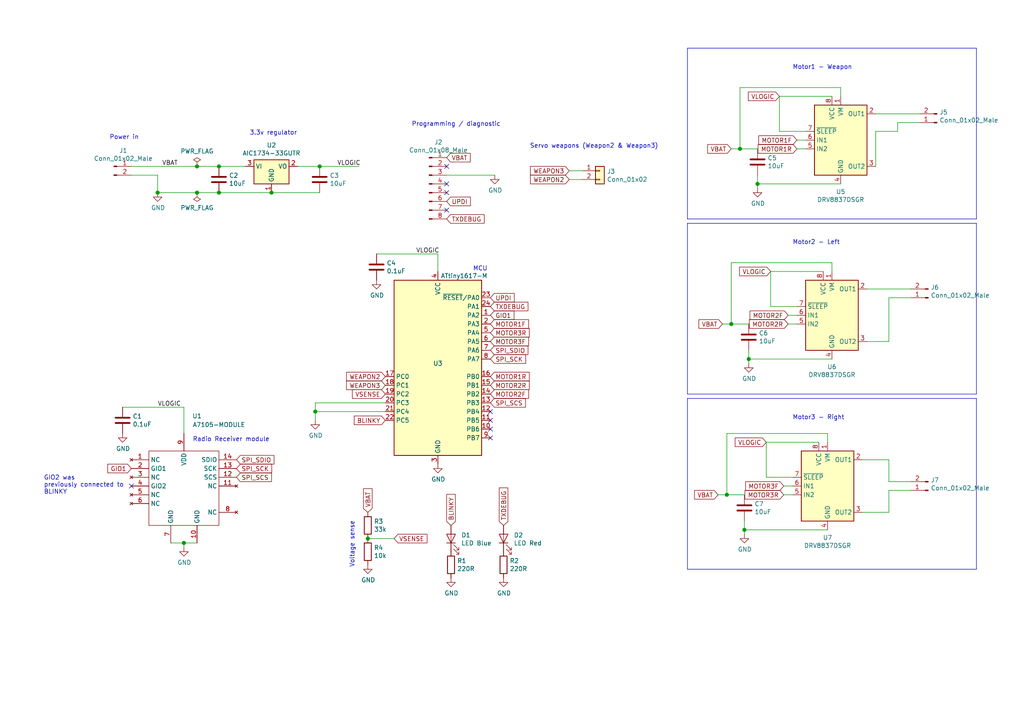
<source format=kicad_sch>
(kicad_sch (version 20210406) (generator eeschema)
  (paper "A4")
  (title_block (title "Malenki-Nano2") (date "2019-11-07") (company "Mark Robson"))
  (lib_symbols
    (symbol "Connector:Conn_01x08_Male" (pin_names hide)
      (property "Reference" "J" (at 0 10.16 0))
      (property "Value" "Conn_01x08_Male" (at 0 -12.7 0))
      (symbol "Conn_01x08_Male_1_1"
        (rectangle (start 0.8636 -10.033) (end 0 -10.287) (fill (type outline)))
        (rectangle (start 0.8636 -7.493) (end 0 -7.747) (fill (type outline)))
        (rectangle (start 0.8636 -4.953) (end 0 -5.207) (fill (type outline)))
        (rectangle (start 0.8636 -2.413) (end 0 -2.667) (fill (type outline)))
        (rectangle (start 0.8636 0.127) (end 0 -0.127) (fill (type outline)))
        (rectangle (start 0.8636 2.667) (end 0 2.413) (fill (type outline)))
        (rectangle (start 0.8636 5.207) (end 0 4.953) (fill (type outline)))
        (rectangle (start 0.8636 7.747) (end 0 7.493) (fill (type outline)))
        (polyline (pts (xy 1.27 -10.16) (xy 0.8636 -10.16)))
        (polyline (pts (xy 1.27 -7.62) (xy 0.8636 -7.62)))
        (polyline (pts (xy 1.27 -5.08) (xy 0.8636 -5.08)))
        (polyline (pts (xy 1.27 -2.54) (xy 0.8636 -2.54)))
        (polyline (pts (xy 1.27 0) (xy 0.8636 0)))
        (polyline (pts (xy 1.27 2.54) (xy 0.8636 2.54)))
        (polyline (pts (xy 1.27 5.08) (xy 0.8636 5.08)))
        (polyline (pts (xy 1.27 7.62) (xy 0.8636 7.62)))
        (pin passive line (at 5.08 7.62 180) (length 3.81) (name "Pin_1") (number "1"))
        (pin passive line (at 5.08 5.08 180) (length 3.81) (name "Pin_2") (number "2"))
        (pin passive line (at 5.08 2.54 180) (length 3.81) (name "Pin_3") (number "3"))
        (pin passive line (at 5.08 0 180) (length 3.81) (name "Pin_4") (number "4"))
        (pin passive line (at 5.08 -2.54 180) (length 3.81) (name "Pin_5") (number "5"))
        (pin passive line (at 5.08 -5.08 180) (length 3.81) (name "Pin_6") (number "6"))
        (pin passive line (at 5.08 -7.62 180) (length 3.81) (name "Pin_7") (number "7"))
        (pin passive line (at 5.08 -10.16 180) (length 3.81) (name "Pin_8") (number "8"))
      )
    )
    (symbol "Connector_Generic:Conn_01x02" (pin_names hide)
      (property "Reference" "J" (at 0 2.54 0))
      (property "Value" "Conn_01x02" (at 0 -5.08 0))
      (symbol "Conn_01x02_1_1"
        (rectangle (start -1.27 -2.413) (end 0 -2.667))
        (rectangle (start -1.27 0.127) (end 0 -0.127))
        (rectangle (start -1.27 1.27) (end 1.27 -3.81) (stroke (width 0.254)) (fill (type background)))
        (pin passive line (at -5.08 0 0) (length 3.81) (name "Pin_1") (number "1"))
        (pin passive line (at -5.08 -2.54 0) (length 3.81) (name "Pin_2") (number "2"))
      )
    )
    (symbol "Driver_Motor:DRV8837C"
      (property "Reference" "U" (at 6.35 11.43 0))
      (property "Value" "DRV8837C" (at -10.16 11.43 0))
      (symbol "DRV8837C_0_1"
        (rectangle (start -7.62 10.16) (end 7.62 -10.16) (stroke (width 0.254)) (fill (type background)))
      )
      (symbol "DRV8837C_1_1"
        (pin power_in line (at 0 12.7 270) (length 2.54) (name "VM") (number "1"))
        (pin output line (at 10.16 7.62 180) (length 2.54) (name "OUT1") (number "2"))
        (pin output line (at 10.16 -7.62 180) (length 2.54) (name "OUT2") (number "3"))
        (pin power_in line (at 0 -12.7 90) (length 2.54) (name "GND") (number "4"))
        (pin input line (at -10.16 -2.54 0) (length 2.54) (name "IN2") (number "5"))
        (pin input line (at -10.16 0 0) (length 2.54) (name "IN1") (number "6"))
        (pin input line (at -10.16 2.54 0) (length 2.54) (name "~SLEEP") (number "7"))
        (pin power_in line (at -2.54 12.7 270) (length 2.54) (name "VCC") (number "8"))
        (pin passive line (at 0 -12.7 90) (length 2.54) hide (name "GND") (number "9"))
      )
    )
    (symbol "MCU_Microchip_ATtiny:ATtiny1617-M"
      (property "Reference" "U" (at -12.7 26.67 0))
      (property "Value" "ATtiny1617-M" (at 2.54 -26.67 0))
      (symbol "ATtiny1617-M_0_1"
        (rectangle (start -12.7 -25.4) (end 12.7 25.4) (stroke (width 0.254)) (fill (type background)))
      )
      (symbol "ATtiny1617-M_1_1"
        (pin bidirectional line (at 15.24 15.24 180) (length 2.54) (name "PA2") (number "1"))
        (pin bidirectional line (at 15.24 -17.78 180) (length 2.54) (name "PB6") (number "10"))
        (pin bidirectional line (at 15.24 -15.24 180) (length 2.54) (name "PB5") (number "11"))
        (pin bidirectional line (at 15.24 -12.7 180) (length 2.54) (name "PB4") (number "12"))
        (pin bidirectional line (at 15.24 -10.16 180) (length 2.54) (name "PB3") (number "13"))
        (pin bidirectional line (at 15.24 -7.62 180) (length 2.54) (name "PB2") (number "14"))
        (pin bidirectional line (at 15.24 -5.08 180) (length 2.54) (name "PB1") (number "15"))
        (pin bidirectional line (at 15.24 -2.54 180) (length 2.54) (name "PB0") (number "16"))
        (pin bidirectional line (at -15.24 -2.54 0) (length 2.54) (name "PC0") (number "17"))
        (pin bidirectional line (at -15.24 -5.08 0) (length 2.54) (name "PC1") (number "18"))
        (pin bidirectional line (at -15.24 -7.62 0) (length 2.54) (name "PC2") (number "19"))
        (pin bidirectional line (at 15.24 12.7 180) (length 2.54) (name "PA3") (number "2"))
        (pin bidirectional line (at -15.24 -10.16 0) (length 2.54) (name "PC3") (number "20"))
        (pin bidirectional line (at -15.24 -12.7 0) (length 2.54) (name "PC4") (number "21"))
        (pin bidirectional line (at -15.24 -15.24 0) (length 2.54) (name "PC5") (number "22"))
        (pin bidirectional line (at 15.24 20.32 180) (length 2.54) (name "~RESET~/PA0") (number "23"))
        (pin bidirectional line (at 15.24 17.78 180) (length 2.54) (name "PA1") (number "24"))
        (pin passive line (at 0 -27.94 90) (length 2.54) hide (name "GND") (number "25"))
        (pin power_in line (at 0 -27.94 90) (length 2.54) (name "GND") (number "3"))
        (pin power_in line (at 0 27.94 270) (length 2.54) (name "VCC") (number "4"))
        (pin bidirectional line (at 15.24 10.16 180) (length 2.54) (name "PA4") (number "5"))
        (pin bidirectional line (at 15.24 7.62 180) (length 2.54) (name "PA5") (number "6"))
        (pin bidirectional line (at 15.24 5.08 180) (length 2.54) (name "PA6") (number "7"))
        (pin bidirectional line (at 15.24 2.54 180) (length 2.54) (name "PA7") (number "8"))
        (pin bidirectional line (at 15.24 -20.32 180) (length 2.54) (name "PB7") (number "9"))
      )
    )
    (symbol "mal_nano:A7105-MODULE"
      (property "Reference" "U" (at 0 0 0))
      (property "Value" "A7105-MODULE" (at 2.54 -3.81 0))
      (symbol "A7105-MODULE_0_1"
        (rectangle (start -10.16 10.16) (end 10.16 -11.43))
      )
      (symbol "A7105-MODULE_1_1"
        (pin no_connect line (at -15.24 7.62 0) (length 5.08) (name "NC") (number "1"))
        (pin power_in line (at 3.81 -16.51 90) (length 5.08) (name "GND") (number "10"))
        (pin no_connect line (at 15.24 0 180) (length 5.08) (name "NC") (number "11"))
        (pin input line (at 15.24 2.54 180) (length 5.08) (name "SCS") (number "12"))
        (pin input line (at 15.24 5.08 180) (length 5.08) (name "SCK") (number "13"))
        (pin bidirectional line (at 15.24 7.62 180) (length 5.08) (name "SDIO") (number "14"))
        (pin bidirectional line (at -15.24 5.08 0) (length 5.08) (name "GIO1") (number "2"))
        (pin no_connect line (at -15.24 2.54 0) (length 5.08) (name "NC") (number "3"))
        (pin bidirectional line (at -15.24 0 0) (length 5.08) (name "GIO2") (number "4"))
        (pin no_connect line (at -15.24 -2.54 0) (length 5.08) (name "NC") (number "5"))
        (pin no_connect line (at -15.24 -5.08 0) (length 5.08) (name "NC") (number "6"))
        (pin power_in line (at -3.81 -16.51 90) (length 5.08) (name "GND") (number "7"))
        (pin no_connect line (at 15.24 -7.62 180) (length 5.08) (name "NC") (number "8"))
        (pin power_in line (at 0 15.24 270) (length 5.08) (name "VDD") (number "9"))
      )
    )
    (symbol "mal_nano:HT7233"
      (property "Reference" "U" (at 0 1.27 0))
      (property "Value" "HT7233" (at 1.27 0 0))
      (symbol "HT7233_1_1"
        (rectangle (start -5.08 -8.89) (end 5.08 -1.905) (stroke (width 0.254)) (fill (type background)))
        (pin power_in line (at 0 -11.43 90) (length 2.54) (name "GND") (number "1"))
        (pin power_out line (at 7.62 -3.81 180) (length 2.54) (name "VO") (number "2"))
        (pin power_in line (at -7.62 -3.81 0) (length 2.54) (name "VI") (number "3"))
      )
    )
    (symbol "malenki-nano-rescue:C-Device" (pin_numbers hide) (pin_names (offset 0.254))
      (property "Reference" "C" (at 0.635 2.54 0))
      (property "Value" "C-Device" (at 0.635 -2.54 0))
      (symbol "C-Device_0_1"
        (polyline (pts (xy -2.032 -0.762) (xy 2.032 -0.762)) (stroke (width 0.508)))
        (polyline (pts (xy -2.032 0.762) (xy 2.032 0.762)) (stroke (width 0.508)))
      )
      (symbol "C-Device_1_1"
        (pin passive line (at 0 3.81 270) (length 2.794) (name "~") (number "1"))
        (pin passive line (at 0 -3.81 90) (length 2.794) (name "~") (number "2"))
      )
    )
    (symbol "malenki-nano-rescue:Conn_01x02_Male-Connector" (pin_names hide)
      (property "Reference" "J" (at 0 2.54 0))
      (property "Value" "Conn_01x02_Male-Connector" (at 0 -5.08 0))
      (symbol "Conn_01x02_Male-Connector_1_1"
        (rectangle (start 0.8636 -2.413) (end 0 -2.667) (fill (type outline)))
        (rectangle (start 0.8636 0.127) (end 0 -0.127) (fill (type outline)))
        (polyline (pts (xy 1.27 -2.54) (xy 0.8636 -2.54)))
        (polyline (pts (xy 1.27 0) (xy 0.8636 0)))
        (pin passive line (at 5.08 0 180) (length 3.81) (name "Pin_1") (number "1"))
        (pin passive line (at 5.08 -2.54 180) (length 3.81) (name "Pin_2") (number "2"))
      )
    )
    (symbol "malenki-nano-rescue:GND-power" (power) (pin_names (offset 0))
      (property "Value" "GND-power" (at 0 -3.81 0))
      (symbol "GND-power_0_1"
        (polyline (pts (xy 0 0) (xy 0 -1.27) (xy 1.27 -1.27) (xy 0 -2.54) (xy -1.27 -1.27) (xy 0 -1.27)))
      )
      (symbol "GND-power_1_1"
        (pin power_in line (at 0 0 270) (length 0) hide (name "GND") (number "1"))
      )
    )
    (symbol "malenki-nano-rescue:LED-Device" (pin_numbers hide) (pin_names hide)
      (property "Reference" "D" (at 0 2.54 0))
      (property "Value" "LED-Device" (at 0 -2.54 0))
      (symbol "LED-Device_0_1"
        (polyline (pts (xy -1.27 -1.27) (xy -1.27 1.27)) (stroke (width 0.2032)))
        (polyline (pts (xy -1.27 0) (xy 1.27 0)))
        (polyline (pts (xy 1.27 -1.27) (xy 1.27 1.27) (xy -1.27 0) (xy 1.27 -1.27)) (stroke (width 0.2032)))
        (polyline (pts (xy -3.048 -0.762) (xy -4.572 -2.286) (xy -3.81 -2.286) (xy -4.572 -2.286) (xy -4.572 -1.524)))
        (polyline (pts (xy -1.778 -0.762) (xy -3.302 -2.286) (xy -2.54 -2.286) (xy -3.302 -2.286) (xy -3.302 -1.524)))
      )
      (symbol "LED-Device_1_1"
        (pin passive line (at -3.81 0 0) (length 2.54) (name "K") (number "1"))
        (pin passive line (at 3.81 0 180) (length 2.54) (name "A") (number "2"))
      )
    )
    (symbol "malenki-nano-rescue:PWR_FLAG-power" (power) (pin_numbers hide) (pin_names (offset 0) hide)
      (property "Value" "PWR_FLAG-power" (at 0 3.81 0))
      (symbol "PWR_FLAG-power_0_0"
        (pin power_out line (at 0 0 90) (length 0) (name "pwr") (number "1"))
      )
      (symbol "PWR_FLAG-power_0_1"
        (polyline (pts (xy 0 0) (xy 0 1.27) (xy -1.016 1.905) (xy 0 2.54) (xy 1.016 1.905) (xy 0 1.27)))
      )
    )
    (symbol "malenki-nano-rescue:R-Device" (pin_numbers hide) (pin_names (offset 0))
      (property "Reference" "R" (at 2.032 0 90))
      (property "Value" "R-Device" (at 0 0 90))
      (symbol "R-Device_0_1"
        (rectangle (start -1.016 -2.54) (end 1.016 2.54) (stroke (width 0.254)))
      )
      (symbol "R-Device_1_1"
        (pin passive line (at 0 3.81 270) (length 1.27) (name "~") (number "1"))
        (pin passive line (at 0 -3.81 90) (length 1.27) (name "~") (number "2"))
      )
    )
  )
  (junction (at 45.72 55.88) (diameter 1.016))
  (junction (at 53.34 157.48) (diameter 1.016))
  (junction (at 57.15 48.26) (diameter 1.016))
  (junction (at 57.15 55.88) (diameter 1.016))
  (junction (at 63.5 48.26) (diameter 1.016))
  (junction (at 63.5 55.88) (diameter 1.016))
  (junction (at 78.74 55.88) (diameter 1.016))
  (junction (at 91.44 119.38) (diameter 1.016))
  (junction (at 92.71 48.26) (diameter 1.016))
  (junction (at 106.68 156.21) (diameter 1.016))
  (junction (at 210.82 143.51) (diameter 1.016))
  (junction (at 212.09 93.98) (diameter 1.016))
  (junction (at 214.63 43.18) (diameter 1.016))
  (junction (at 215.9 153.67) (diameter 1.016))
  (junction (at 217.17 104.14) (diameter 1.016))
  (junction (at 219.71 53.34) (diameter 1.016))
  (no_connect (at 38.1 140.97))
  (no_connect (at 129.54 48.26))
  (no_connect (at 129.54 53.34))
  (no_connect (at 129.54 55.88))
  (no_connect (at 129.54 60.96))
  (no_connect (at 142.24 119.38))
  (no_connect (at 142.24 121.92))
  (no_connect (at 142.24 124.46))
  (no_connect (at 142.24 127))
  (wire (pts (xy 35.56 118.11) (xy 53.34 118.11)))
  (wire (pts (xy 38.1 48.26) (xy 57.15 48.26)))
  (wire (pts (xy 38.1 50.8) (xy 45.72 50.8)))
  (wire (pts (xy 45.72 50.8) (xy 45.72 55.88)))
  (wire (pts (xy 45.72 55.88) (xy 57.15 55.88)))
  (wire (pts (xy 49.53 157.48) (xy 53.34 157.48)))
  (wire (pts (xy 53.34 118.11) (xy 53.34 125.73)))
  (wire (pts (xy 53.34 157.48) (xy 57.15 157.48)))
  (wire (pts (xy 53.34 158.75) (xy 53.34 157.48)))
  (wire (pts (xy 57.15 48.26) (xy 63.5 48.26)))
  (wire (pts (xy 57.15 55.88) (xy 63.5 55.88)))
  (wire (pts (xy 63.5 48.26) (xy 71.12 48.26)))
  (wire (pts (xy 63.5 55.88) (xy 78.74 55.88)))
  (wire (pts (xy 78.74 55.88) (xy 92.71 55.88)))
  (wire (pts (xy 91.44 116.84) (xy 91.44 119.38)))
  (wire (pts (xy 91.44 116.84) (xy 111.76 116.84)))
  (wire (pts (xy 91.44 119.38) (xy 91.44 121.92)))
  (wire (pts (xy 92.71 48.26) (xy 86.36 48.26)))
  (wire (pts (xy 104.14 48.26) (xy 92.71 48.26)))
  (wire (pts (xy 111.76 119.38) (xy 91.44 119.38)))
  (wire (pts (xy 114.3 156.21) (xy 106.68 156.21)))
  (wire (pts (xy 127 73.66) (xy 109.22 73.66)))
  (wire (pts (xy 127 73.66) (xy 127 78.74)))
  (wire (pts (xy 129.54 50.8) (xy 143.51 50.8)))
  (wire (pts (xy 165.1 49.53) (xy 168.91 49.53)))
  (wire (pts (xy 165.1 52.07) (xy 168.91 52.07)))
  (wire (pts (xy 210.82 125.73) (xy 210.82 143.51)))
  (wire (pts (xy 210.82 143.51) (xy 208.28 143.51)))
  (wire (pts (xy 212.09 76.2) (xy 212.09 93.98)))
  (wire (pts (xy 212.09 93.98) (xy 209.55 93.98)))
  (wire (pts (xy 214.63 25.4) (xy 214.63 43.18)))
  (wire (pts (xy 214.63 43.18) (xy 212.09 43.18)))
  (wire (pts (xy 215.9 143.51) (xy 210.82 143.51)))
  (wire (pts (xy 215.9 151.13) (xy 215.9 153.67)))
  (wire (pts (xy 215.9 153.67) (xy 215.9 154.94)))
  (wire (pts (xy 215.9 153.67) (xy 240.03 153.67)))
  (wire (pts (xy 217.17 93.98) (xy 212.09 93.98)))
  (wire (pts (xy 217.17 101.6) (xy 217.17 104.14)))
  (wire (pts (xy 217.17 104.14) (xy 217.17 105.41)))
  (wire (pts (xy 217.17 104.14) (xy 241.3 104.14)))
  (wire (pts (xy 219.71 43.18) (xy 214.63 43.18)))
  (wire (pts (xy 219.71 50.8) (xy 219.71 53.34)))
  (wire (pts (xy 219.71 53.34) (xy 219.71 54.61)))
  (wire (pts (xy 219.71 53.34) (xy 243.84 53.34)))
  (wire (pts (xy 222.25 128.27) (xy 222.25 138.43)))
  (wire (pts (xy 222.25 138.43) (xy 229.87 138.43)))
  (wire (pts (xy 223.52 78.74) (xy 223.52 88.9)))
  (wire (pts (xy 223.52 88.9) (xy 231.14 88.9)))
  (wire (pts (xy 226.06 27.94) (xy 226.06 38.1)))
  (wire (pts (xy 226.06 38.1) (xy 233.68 38.1)))
  (wire (pts (xy 229.87 140.97) (xy 227.33 140.97)))
  (wire (pts (xy 229.87 143.51) (xy 227.33 143.51)))
  (wire (pts (xy 231.14 91.44) (xy 228.6 91.44)))
  (wire (pts (xy 231.14 93.98) (xy 228.6 93.98)))
  (wire (pts (xy 233.68 40.64) (xy 231.14 40.64)))
  (wire (pts (xy 233.68 43.18) (xy 231.14 43.18)))
  (wire (pts (xy 237.49 128.27) (xy 222.25 128.27)))
  (wire (pts (xy 238.76 78.74) (xy 223.52 78.74)))
  (wire (pts (xy 240.03 125.73) (xy 210.82 125.73)))
  (wire (pts (xy 240.03 128.27) (xy 240.03 125.73)))
  (wire (pts (xy 241.3 27.94) (xy 226.06 27.94)))
  (wire (pts (xy 241.3 76.2) (xy 212.09 76.2)))
  (wire (pts (xy 241.3 78.74) (xy 241.3 76.2)))
  (wire (pts (xy 243.84 25.4) (xy 214.63 25.4)))
  (wire (pts (xy 243.84 27.94) (xy 243.84 25.4)))
  (wire (pts (xy 250.19 133.35) (xy 257.81 133.35)))
  (wire (pts (xy 250.19 148.59) (xy 257.81 148.59)))
  (wire (pts (xy 251.46 83.82) (xy 264.16 83.82)))
  (wire (pts (xy 254 33.02) (xy 266.7 33.02)))
  (wire (pts (xy 254 38.1) (xy 260.35 38.1)))
  (wire (pts (xy 254 48.26) (xy 254 38.1)))
  (wire (pts (xy 257.81 86.36) (xy 257.81 99.06)))
  (wire (pts (xy 257.81 99.06) (xy 251.46 99.06)))
  (wire (pts (xy 257.81 133.35) (xy 257.81 139.7)))
  (wire (pts (xy 257.81 139.7) (xy 264.16 139.7)))
  (wire (pts (xy 257.81 142.24) (xy 257.81 148.59)))
  (wire (pts (xy 260.35 38.1) (xy 260.35 35.56)))
  (wire (pts (xy 264.16 86.36) (xy 257.81 86.36)))
  (wire (pts (xy 264.16 142.24) (xy 257.81 142.24)))
  (wire (pts (xy 266.7 35.56) (xy 260.35 35.56)))
  (polyline (pts (xy 199.39 13.97) (xy 283.21 13.97)) (stroke (width 0) (type solid)))
  (polyline (pts (xy 199.39 63.5) (xy 199.39 13.97)) (stroke (width 0) (type solid)))
  (polyline (pts (xy 199.39 64.77) (xy 283.21 64.77)) (stroke (width 0) (type solid)))
  (polyline (pts (xy 199.39 114.3) (xy 199.39 64.77)) (stroke (width 0) (type solid)))
  (polyline (pts (xy 199.39 115.57) (xy 283.21 115.57)) (stroke (width 0) (type solid)))
  (polyline (pts (xy 199.39 165.1) (xy 199.39 115.57)) (stroke (width 0) (type solid)))
  (polyline (pts (xy 283.21 13.97) (xy 283.21 63.5)) (stroke (width 0) (type solid)))
  (polyline (pts (xy 283.21 63.5) (xy 199.39 63.5)) (stroke (width 0) (type solid)))
  (polyline (pts (xy 283.21 64.77) (xy 283.21 114.3)) (stroke (width 0) (type solid)))
  (polyline (pts (xy 283.21 114.3) (xy 199.39 114.3)) (stroke (width 0) (type solid)))
  (polyline (pts (xy 283.21 115.57) (xy 283.21 165.1)) (stroke (width 0) (type solid)))
  (polyline (pts (xy 283.21 165.1) (xy 199.39 165.1)) (stroke (width 0) (type solid)))
  (text "GIO2 was\npreviously connected to\nBLINKY" (at 12.7 143.51 0) (effects (font (size 1.27 1.27)) (justify left bottom)))
  (text "Power in" (at 31.75 40.64 0) (effects (font (size 1.27 1.27)) (justify left bottom)))
  (text "Radio Receiver module" (at 55.88 128.27 0) (effects (font (size 1.27 1.27)) (justify left bottom)))
  (text "3.3v regulator" (at 72.39 39.37 0) (effects (font (size 1.27 1.27)) (justify left bottom)))
  (text "Voltage sense" (at 102.87 151.13 270) (effects (font (size 1.27 1.27)) (justify right bottom)))
  (text "Programming / diagnostic" (at 119.38 36.83 0) (effects (font (size 1.27 1.27)) (justify left bottom)))
  (text "MCU\n" (at 137.16 78.74 0) (effects (font (size 1.27 1.27)) (justify left bottom)))
  (text "Servo weapons (Weapon2 & Weapon3)" (at 153.67 43.18 0) (effects (font (size 1.27 1.27)) (justify left bottom)))
  (text "Motor1 - Weapon" (at 229.87 20.32 0) (effects (font (size 1.27 1.27)) (justify left bottom)))
  (text "Motor2 - Left" (at 229.87 71.12 0) (effects (font (size 1.27 1.27)) (justify left bottom)))
  (text "Motor3 - Right" (at 229.87 121.92 0) (effects (font (size 1.27 1.27)) (justify left bottom)))
  (label "VLOGIC" (at 45.72 118.11 0))
  (label "VBAT" (at 46.99 48.26 0))
  (label "VLOGIC" (at 97.79 48.26 0))
  (label "VLOGIC" (at 120.65 73.66 0))
  (global_label "GIO1" (shape input) (at 38.1 135.89 180) (property "Intersheet References" "${INTERSHEET_REFS}" (effects hide)))
  (global_label "SPI_SDIO" (shape input) (at 68.58 133.35 0) (property "Intersheet References" "${INTERSHEET_REFS}" (effects hide)))
  (global_label "SPI_SCK" (shape input) (at 68.58 135.89 0) (property "Intersheet References" "${INTERSHEET_REFS}" (effects hide)))
  (global_label "SPI_SCS" (shape input) (at 68.58 138.43 0) (property "Intersheet References" "${INTERSHEET_REFS}" (effects hide)))
  (global_label "VBAT" (shape input) (at 106.68 148.59 90) (property "Intersheet References" "${INTERSHEET_REFS}" (effects hide)))
  (global_label "WEAPON2" (shape input) (at 111.76 109.22 180) (property "Intersheet References" "${INTERSHEET_REFS}" (effects hide)))
  (global_label "WEAPON3" (shape input) (at 111.76 111.76 180) (property "Intersheet References" "${INTERSHEET_REFS}" (effects hide)))
  (global_label "VSENSE" (shape input) (at 111.76 114.3 180) (property "Intersheet References" "${INTERSHEET_REFS}" (effects hide)))
  (global_label "BLINKY" (shape input) (at 111.76 121.92 180) (property "Intersheet References" "${INTERSHEET_REFS}" (effects hide)))
  (global_label "VSENSE" (shape input) (at 114.3 156.21 0) (property "Intersheet References" "${INTERSHEET_REFS}" (effects hide)))
  (global_label "VBAT" (shape input) (at 129.54 45.72 0) (property "Intersheet References" "${INTERSHEET_REFS}" (effects hide)))
  (global_label "UPDI" (shape input) (at 129.54 58.42 0) (property "Intersheet References" "${INTERSHEET_REFS}" (effects hide)))
  (global_label "TXDEBUG" (shape input) (at 129.54 63.5 0) (property "Intersheet References" "${INTERSHEET_REFS}" (effects hide)))
  (global_label "BLINKY" (shape input) (at 130.81 152.4 90) (property "Intersheet References" "${INTERSHEET_REFS}" (effects hide)))
  (global_label "UPDI" (shape input) (at 142.24 86.36 0) (property "Intersheet References" "${INTERSHEET_REFS}" (effects hide)))
  (global_label "TXDEBUG" (shape input) (at 142.24 88.9 0) (property "Intersheet References" "${INTERSHEET_REFS}" (effects hide)))
  (global_label "GIO1" (shape input) (at 142.24 91.44 0) (property "Intersheet References" "${INTERSHEET_REFS}" (effects hide)))
  (global_label "MOTOR1F" (shape input) (at 142.24 93.98 0) (property "Intersheet References" "${INTERSHEET_REFS}" (effects hide)))
  (global_label "MOTOR3R" (shape input) (at 142.24 96.52 0) (property "Intersheet References" "${INTERSHEET_REFS}" (effects hide)))
  (global_label "MOTOR3F" (shape input) (at 142.24 99.06 0) (property "Intersheet References" "${INTERSHEET_REFS}" (effects hide)))
  (global_label "SPI_SDIO" (shape input) (at 142.24 101.6 0) (property "Intersheet References" "${INTERSHEET_REFS}" (effects hide)))
  (global_label "SPI_SCK" (shape input) (at 142.24 104.14 0) (property "Intersheet References" "${INTERSHEET_REFS}" (effects hide)))
  (global_label "MOTOR1R" (shape input) (at 142.24 109.22 0) (property "Intersheet References" "${INTERSHEET_REFS}" (effects hide)))
  (global_label "MOTOR2R" (shape input) (at 142.24 111.76 0) (property "Intersheet References" "${INTERSHEET_REFS}" (effects hide)))
  (global_label "MOTOR2F" (shape input) (at 142.24 114.3 0) (property "Intersheet References" "${INTERSHEET_REFS}" (effects hide)))
  (global_label "SPI_SCS" (shape input) (at 142.24 116.84 0) (property "Intersheet References" "${INTERSHEET_REFS}" (effects hide)))
  (global_label "TXDEBUG" (shape input) (at 146.05 152.4 90) (property "Intersheet References" "${INTERSHEET_REFS}" (effects hide)))
  (global_label "WEAPON3" (shape input) (at 165.1 49.53 180) (property "Intersheet References" "${INTERSHEET_REFS}" (effects hide)))
  (global_label "WEAPON2" (shape input) (at 165.1 52.07 180) (property "Intersheet References" "${INTERSHEET_REFS}" (effects hide)))
  (global_label "VBAT" (shape input) (at 208.28 143.51 180) (property "Intersheet References" "${INTERSHEET_REFS}" (effects hide)))
  (global_label "VBAT" (shape input) (at 209.55 93.98 180) (property "Intersheet References" "${INTERSHEET_REFS}" (effects hide)))
  (global_label "VBAT" (shape input) (at 212.09 43.18 180) (property "Intersheet References" "${INTERSHEET_REFS}" (effects hide)))
  (global_label "VLOGIC" (shape input) (at 222.25 128.27 180) (property "Intersheet References" "${INTERSHEET_REFS}" (effects hide)))
  (global_label "VLOGIC" (shape input) (at 223.52 78.74 180) (property "Intersheet References" "${INTERSHEET_REFS}" (effects hide)))
  (global_label "VLOGIC" (shape input) (at 226.06 27.94 180) (property "Intersheet References" "${INTERSHEET_REFS}" (effects hide)))
  (global_label "MOTOR3F" (shape input) (at 227.33 140.97 180) (property "Intersheet References" "${INTERSHEET_REFS}" (effects hide)))
  (global_label "MOTOR3R" (shape input) (at 227.33 143.51 180) (property "Intersheet References" "${INTERSHEET_REFS}" (effects hide)))
  (global_label "MOTOR2F" (shape input) (at 228.6 91.44 180) (property "Intersheet References" "${INTERSHEET_REFS}" (effects hide)))
  (global_label "MOTOR2R" (shape input) (at 228.6 93.98 180) (property "Intersheet References" "${INTERSHEET_REFS}" (effects hide)))
  (global_label "MOTOR1F" (shape input) (at 231.14 40.64 180) (property "Intersheet References" "${INTERSHEET_REFS}" (effects hide)))
  (global_label "MOTOR1R" (shape input) (at 231.14 43.18 180) (property "Intersheet References" "${INTERSHEET_REFS}" (effects hide)))
  (symbol (lib_id "malenki-nano-rescue:PWR_FLAG-power") (at 57.15 48.26 0) (unit 1)
    (property "Reference" "#FLG0101" (effects hide))
    (property "Value" "PWR_FLAG" (at 57.15 43.8658 0))
  )
  (symbol (lib_id "malenki-nano-rescue:PWR_FLAG-power") (at 57.15 55.88 180) (unit 1)
    (property "Reference" "#FLG0102" (effects hide))
    (property "Value" "PWR_FLAG" (at 57.15 60.2742 0))
  )
  (symbol (lib_id "malenki-nano-rescue:GND-power") (at 35.56 125.73 0) (unit 1)
    (property "Reference" "#PWR01" (effects hide))
    (property "Value" "GND" (at 35.687 130.1242 0))
  )
  (symbol (lib_id "malenki-nano-rescue:GND-power") (at 45.72 55.88 0) (unit 1)
    (property "Reference" "#PWR02" (effects hide))
    (property "Value" "GND" (at 45.847 60.2742 0))
  )
  (symbol (lib_id "malenki-nano-rescue:GND-power") (at 53.34 158.75 0) (unit 1)
    (property "Reference" "#PWR03" (effects hide))
    (property "Value" "GND" (at 53.467 163.1442 0))
  )
  (symbol (lib_id "malenki-nano-rescue:GND-power") (at 91.44 121.92 0) (unit 1)
    (property "Reference" "#PWR0101" (effects hide))
    (property "Value" "GND" (at 91.567 126.3142 0))
  )
  (symbol (lib_id "malenki-nano-rescue:GND-power") (at 106.68 163.83 0) (unit 1)
    (property "Reference" "#PWR07" (effects hide))
    (property "Value" "GND" (at 106.807 168.2242 0))
  )
  (symbol (lib_id "malenki-nano-rescue:GND-power") (at 109.22 81.28 0) (unit 1)
    (property "Reference" "#PWR04" (effects hide))
    (property "Value" "GND" (at 109.347 85.6742 0))
  )
  (symbol (lib_id "malenki-nano-rescue:GND-power") (at 127 134.62 0) (unit 1)
    (property "Reference" "#PWR05" (effects hide))
    (property "Value" "GND" (at 127.127 139.0142 0))
  )
  (symbol (lib_id "malenki-nano-rescue:GND-power") (at 130.81 167.64 0) (unit 1)
    (property "Reference" "#PWR06" (effects hide))
    (property "Value" "GND" (at 130.937 172.0342 0))
  )
  (symbol (lib_id "malenki-nano-rescue:GND-power") (at 143.51 50.8 0) (unit 1)
    (property "Reference" "#PWR0104" (effects hide))
    (property "Value" "GND" (at 143.637 55.1942 0))
  )
  (symbol (lib_id "malenki-nano-rescue:GND-power") (at 146.05 167.64 0) (unit 1)
    (property "Reference" "#PWR011" (effects hide))
    (property "Value" "GND" (at 146.177 172.0342 0))
  )
  (symbol (lib_id "malenki-nano-rescue:GND-power") (at 215.9 154.94 0) (unit 1)
    (property "Reference" "#PWR0103" (effects hide))
    (property "Value" "GND" (at 216.027 159.3342 0))
  )
  (symbol (lib_id "malenki-nano-rescue:GND-power") (at 217.17 105.41 0) (unit 1)
    (property "Reference" "#PWR0102" (effects hide))
    (property "Value" "GND" (at 217.297 109.8042 0))
  )
  (symbol (lib_id "malenki-nano-rescue:GND-power") (at 219.71 54.61 0) (unit 1)
    (property "Reference" "#PWR08" (effects hide))
    (property "Value" "GND" (at 219.837 59.0042 0))
  )
  (symbol (lib_id "malenki-nano-rescue:Conn_01x02_Male-Connector") (at 33.02 48.26 0) (unit 1)
    (property "Reference" "J1" (at 35.7632 43.6626 0))
    (property "Value" "Conn_01x02_Male" (at 35.7632 45.974 0))
    (property "Footprint" "malenki-nano:PinHeader_1x02_P2.54mm_BIG1" (effects hide))
  )
  (symbol (lib_id "malenki-nano-rescue:Conn_01x02_Male-Connector") (at 269.24 86.36 180) (unit 1)
    (property "Reference" "J6" (at 269.9512 83.3628 0) (effects (justify right)))
    (property "Value" "Conn_01x02_Male" (at 269.9512 85.6742 0) (effects (justify right)))
    (property "Footprint" "malenki-nano:PinHeader_1x02_P2.54mm_BIG1" (effects hide))
  )
  (symbol (lib_id "malenki-nano-rescue:Conn_01x02_Male-Connector") (at 269.24 142.24 180) (unit 1)
    (property "Reference" "J7" (at 269.9512 139.2428 0) (effects (justify right)))
    (property "Value" "Conn_01x02_Male" (at 269.9512 141.5542 0) (effects (justify right)))
    (property "Footprint" "malenki-nano:PinHeader_1x02_P2.54mm_BIG1" (effects hide))
  )
  (symbol (lib_id "malenki-nano-rescue:Conn_01x02_Male-Connector") (at 271.78 35.56 180) (unit 1)
    (property "Reference" "J5" (at 272.4912 32.5628 0) (effects (justify right)))
    (property "Value" "Conn_01x02_Male" (at 272.4912 34.8742 0) (effects (justify right)))
    (property "Footprint" "malenki-nano:PinHeader_1x02_P2.54mm_BIG1" (effects hide))
  )
  (symbol (lib_id "malenki-nano-rescue:R-Device") (at 106.68 152.4 0) (unit 1)
    (property "Reference" "R3" (at 108.458 151.2316 0) (effects (justify left)))
    (property "Value" "33k" (at 108.458 153.543 0) (effects (justify left)))
    (property "Footprint" "Resistor_SMD:R_0603_1608Metric" (effects hide))
    (property "Partnum" "C4216" (effects hide))
    (property "LCSC" "C4216" (effects hide))
  )
  (symbol (lib_id "malenki-nano-rescue:R-Device") (at 106.68 160.02 0) (unit 1)
    (property "Reference" "R4" (at 108.458 158.8516 0) (effects (justify left)))
    (property "Value" "10k" (at 108.458 161.163 0) (effects (justify left)))
    (property "Footprint" "Resistor_SMD:R_0603_1608Metric" (effects hide))
    (property "Partnum" "C25804" (effects hide))
    (property "LCSC" "C25804" (effects hide))
  )
  (symbol (lib_id "malenki-nano-rescue:R-Device") (at 130.81 163.83 0) (unit 1)
    (property "Reference" "R1" (at 132.588 162.6616 0) (effects (justify left)))
    (property "Value" "220R" (at 132.588 164.973 0) (effects (justify left)))
    (property "Footprint" "Resistor_SMD:R_0603_1608Metric" (effects hide))
    (property "Partnum" "C22962" (effects hide))
    (property "LCSC" "C22962" (effects hide))
  )
  (symbol (lib_id "malenki-nano-rescue:R-Device") (at 146.05 163.83 0) (unit 1)
    (property "Reference" "R2" (at 147.828 162.6616 0) (effects (justify left)))
    (property "Value" "220R" (at 147.828 164.973 0) (effects (justify left)))
    (property "Footprint" "Resistor_SMD:R_0603_1608Metric" (effects hide))
    (property "Partnum" "C22962" (effects hide))
    (property "LCSC" "C22962" (effects hide))
  )
  (symbol (lib_id "malenki-nano-rescue:LED-Device") (at 130.81 156.21 90) (unit 1)
    (property "Reference" "D1" (at 133.7818 155.2194 90) (effects (justify right)))
    (property "Value" "LED Blue" (at 133.7818 157.5308 90) (effects (justify right)))
    (property "Footprint" "LED_SMD:LED_0805_2012Metric_Pad1.15x1.40mm_HandSolder" (effects hide))
    (property "LCSC" "C2293" (effects hide))
  )
  (symbol (lib_id "malenki-nano-rescue:LED-Device") (at 146.05 156.21 90) (unit 1)
    (property "Reference" "D2" (at 149.0218 155.2194 90) (effects (justify right)))
    (property "Value" "LED Red" (at 149.0218 157.5308 90) (effects (justify right)))
    (property "Footprint" "LED_SMD:LED_0805_2012Metric_Pad1.15x1.40mm_HandSolder" (effects hide))
    (property "LCSC" "C84256" (effects hide))
  )
  (symbol (lib_id "Connector_Generic:Conn_01x02") (at 173.99 49.53 0) (unit 1)
    (property "Reference" "J3" (at 176.022 49.7332 0) (effects (justify left)))
    (property "Value" "Conn_01x02" (at 176.022 52.0446 0) (effects (justify left)))
    (property "Footprint" "malenki-nano:wirepad_2" (effects hide))
  )
  (symbol (lib_id "malenki-nano-rescue:C-Device") (at 35.56 121.92 0) (unit 1)
    (property "Reference" "C1" (at 38.481 120.7516 0) (effects (justify left)))
    (property "Value" "0.1uF" (at 38.481 123.063 0) (effects (justify left)))
    (property "Footprint" "Capacitor_SMD:C_0603_1608Metric" (effects hide))
    (property "Partnum" "C14663" (effects hide))
    (property "LCSC" "C14663" (effects hide))
  )
  (symbol (lib_id "malenki-nano-rescue:C-Device") (at 63.5 52.07 0) (unit 1)
    (property "Reference" "C2" (at 66.421 50.9016 0) (effects (justify left)))
    (property "Value" "10uF" (at 66.421 53.213 0) (effects (justify left)))
    (property "Footprint" "Capacitor_SMD:C_0603_1608Metric" (effects hide))
    (property "LCSC" "C19702" (effects hide))
  )
  (symbol (lib_id "malenki-nano-rescue:C-Device") (at 92.71 52.07 0) (unit 1)
    (property "Reference" "C3" (at 95.631 50.9016 0) (effects (justify left)))
    (property "Value" "10uF" (at 95.631 53.213 0) (effects (justify left)))
    (property "Footprint" "Capacitor_SMD:C_0603_1608Metric" (effects hide))
    (property "LCSC" "C19702" (effects hide))
  )
  (symbol (lib_id "malenki-nano-rescue:C-Device") (at 109.22 77.47 0) (unit 1)
    (property "Reference" "C4" (at 112.141 76.3016 0) (effects (justify left)))
    (property "Value" "0.1uF" (at 112.141 78.613 0) (effects (justify left)))
    (property "Footprint" "Capacitor_SMD:C_0603_1608Metric" (effects hide))
    (property "Partnum" "C14663" (effects hide))
    (property "LCSC" "C14663" (effects hide))
  )
  (symbol (lib_id "malenki-nano-rescue:C-Device") (at 215.9 147.32 0) (unit 1)
    (property "Reference" "C7" (at 218.821 146.1516 0) (effects (justify left)))
    (property "Value" "10uF" (at 218.821 148.463 0) (effects (justify left)))
    (property "Footprint" "Capacitor_SMD:C_0603_1608Metric" (effects hide))
    (property "LCSC" "C19702" (effects hide))
  )
  (symbol (lib_id "malenki-nano-rescue:C-Device") (at 217.17 97.79 0) (unit 1)
    (property "Reference" "C6" (at 220.091 96.6216 0) (effects (justify left)))
    (property "Value" "10uF" (at 220.091 98.933 0) (effects (justify left)))
    (property "Footprint" "Capacitor_SMD:C_0603_1608Metric" (effects hide))
    (property "LCSC" "C19702" (effects hide))
  )
  (symbol (lib_id "malenki-nano-rescue:C-Device") (at 219.71 46.99 0) (unit 1)
    (property "Reference" "C5" (at 222.631 45.8216 0) (effects (justify left)))
    (property "Value" "10uF" (at 222.631 48.133 0) (effects (justify left)))
    (property "Footprint" "Capacitor_SMD:C_0603_1608Metric" (effects hide))
    (property "LCSC" "C19702" (effects hide))
  )
  (symbol (lib_id "Connector:Conn_01x08_Male") (at 124.46 53.34 0) (unit 1)
    (property "Reference" "J2" (at 127.1524 41.2558 0))
    (property "Value" "Conn_01x08_Male" (at 127.1524 43.5545 0))
    (property "Footprint" "malenki-nano:SOIC_clipProgSmall" (effects hide))
  )
  (symbol (lib_id "mal_nano:HT7233") (at 78.74 44.45 0) (unit 1)
    (property "Reference" "U2" (at 78.74 42.1132 0))
    (property "Value" "AIC1734-33GUTR" (at 78.74 44.4246 0))
    (property "Footprint" "Package_TO_SOT_SMD:SOT-23" (effects hide))
    (property "Partnum" "C211659" (effects hide))
    (property "LCSC" "C211659" (effects hide))
  )
  (symbol (lib_id "Driver_Motor:DRV8837C") (at 240.03 140.97 0) (unit 1)
    (property "Reference" "U7" (at 240.03 155.9306 0))
    (property "Value" "DRV8837DSGR" (at 240.03 158.242 0))
    (property "Footprint" "malenki-nano:WSON-8-1EP_2x2mm_P0.5mm_HAND1" (effects hide))
    (property "Datasheet" "https://datasheet.lcsc.com/szlcsc/Texas-Instruments-TI-DRV8837DSGR_C39159.pdf" (effects hide))
    (property "LCSC" "C39159" (effects hide))
  )
  (symbol (lib_id "Driver_Motor:DRV8837C") (at 241.3 91.44 0) (unit 1)
    (property "Reference" "U6" (at 241.3 106.4006 0))
    (property "Value" "DRV8837DSGR" (at 241.3 108.712 0))
    (property "Footprint" "malenki-nano:WSON-8-1EP_2x2mm_P0.5mm_HAND1" (effects hide))
    (property "Datasheet" "https://datasheet.lcsc.com/szlcsc/Texas-Instruments-TI-DRV8837DSGR_C39159.pdf" (effects hide))
    (property "LCSC" "C39159" (effects hide))
  )
  (symbol (lib_id "Driver_Motor:DRV8837C") (at 243.84 40.64 0) (unit 1)
    (property "Reference" "U5" (at 243.84 55.6006 0))
    (property "Value" "DRV8837DSGR" (at 243.84 57.912 0))
    (property "Footprint" "malenki-nano:WSON-8-1EP_2x2mm_P0.5mm_HAND1" (effects hide))
    (property "Datasheet" "https://datasheet.lcsc.com/szlcsc/Texas-Instruments-TI-DRV8837DSGR_C39159.pdf" (effects hide))
    (property "LCSC" "C39159" (effects hide))
  )
  (symbol (lib_id "mal_nano:A7105-MODULE") (at 53.34 140.97 0) (unit 1)
    (property "Reference" "U1" (at 57.15 120.65 0))
    (property "Value" "A7105-MODULE" (at 63.5 123.19 0))
    (property "Footprint" "malenki-nano:A7105-module" (effects hide))
  )
  (symbol (lib_id "MCU_Microchip_ATtiny:ATtiny1617-M") (at 127 106.68 0) (unit 1)
    (property "Reference" "U3" (at 127 105.41 0))
    (property "Value" "ATtiny1617-M" (at 134.62 80.01 0))
    (property "Footprint" "malenki-nano:qfn24-hand1" (effects hide))
    (property "Partnum" "C194193" (effects hide))
    (property "LCSC" "C194193" (effects hide))
  )
)
</source>
